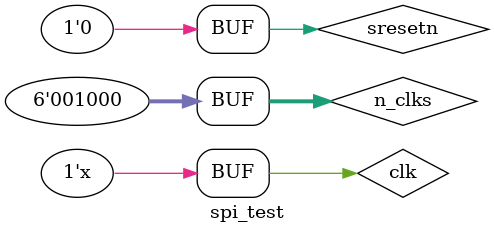
<source format=sv>
`timescale 1ns / 1ps

module spi_test (

    );
    
    parameter integer CLK_DIVIDE = 100;
    parameter integer SPI_MAXLEN = 32;
    logic clk;
    logic sresetn;
    
    // Command interface 
    logic start_cmd;
    logic spi_drv_rdy;
    logic [$clog2(SPI_MAXLEN):0] n_clks;
    logic [SPI_MAXLEN-1:0] tx_data; // output master
    logic [SPI_MAXLEN-1:0] rx_miso; // input master
    logic [SPI_MAXLEN-1:0] test_data;
    
    // SPI pins
    logic SCLK;
    logic MOSI;
    logic MISO;
    logic SS_N;
    
    spi_drv dut (
        .clk(clk),
        .sresetn(sresetn),
        // Command interface 
        .start_cmd(start_cmd),
        .spi_drv_rdy(spi_drv_rdy),
        .n_clks(n_clks),
        .tx_data(tx_data),
        .rx_miso(rx_miso),
        // SPI pins
        .SCLK(SCLK),
        .MOSI(MOSI),
        .MISO(MISO),
        .SS_N(SS_N)
    );
    
    slave slave1 (
        .SCLK(SCLK),
        .MOSI(MOSI),
        .MISO(MISO),
        .SS_N(SS_N),
        .test_data(test_data),
        .n_clks(n_clks)
    );   
    

logic trace_count_en;
logic [63:0] trace_count;
logic cmd_en;
    
    initial begin
        clk = 0;
        sresetn = 1;
        // 8 bits case
        test_data = 32'b11001100;
        tx_data = 32'b11001100;
        n_clks = 8;
        
        // 12 bits case
        /*test_data = 32'b110011001010;
        tx_data = 32'b110011001010;
        n_clks = 12;*/
        
        // 20 bits case
        /*test_data = 32'b11001100101011001100;
        tx_data = 32'b11001100101011001100;
        n_clks = 20;*/
        
        // 32 bits case
        /*test_data = 32'b11001100101011001100110011001010;
        tx_data = 32'b11001100101011001100110011001010;
        n_clks = 32;*/
        
        trace_count = 0;
        trace_count_en = 0;
        cmd_en = 1;
        #20 sresetn = 0;
    end
    
    always #1 clk = ~clk;

    // fetch new instruction and data to both Master and Slave
    // there is delay SPI end and new SPI start (trace_count)
    // trace_count=100 means 200ns delay 
    always @(posedge clk) 
    begin
        if (spi_drv_rdy && cmd_en) begin
            start_cmd <= 1;
            cmd_en <= 0;
            trace_count <= 0;
        end 
        else if (spi_drv.SPI_done && !cmd_en) begin
            trace_count_en <= 1;
            start_cmd <= 0; 
        end 
        else if (trace_count_en && trace_count == 100) begin
            trace_count_en <= 0;
            cmd_en <= 1;
            test_data <= test_data + 1;
            tx_data <= tx_data + 4;
        end 
        else if (trace_count_en && trace_count != 100) begin
            trace_count <= trace_count + 1;
        end   
    end
    
    
    // Check the result if SPI suceed or not
    // output master :tx_data
    // input master : rx_miso
    // output slave : MISO_reg
    // input slave : MOSI_reg
    always @(posedge clk) 
    begin  
        if (spi_drv.SPI_done) begin
            if (tx_data == slave.MOSI_reg && rx_miso == slave.MISO_reg) begin
                $display("[ passed ]");
            end
            else begin
                $display("[ failed ]");
                $display("-------------------------------------");
                $display("tx_data       MOSI_reg       rx_miso       MISO_reg");
                $display("-------------------------------------");
                $display("%h            %h              %h            %h", tx_data, slave.MOSI_reg, rx_miso, slave.MISO_reg);  
            end
        end
    end
    
    
endmodule

</source>
